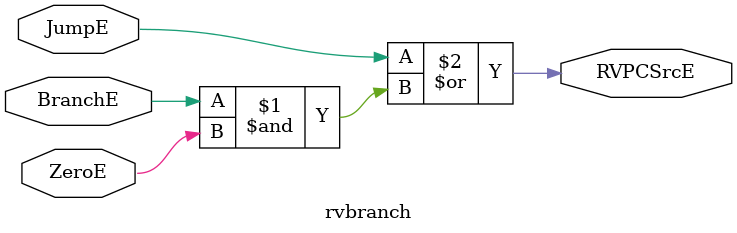
<source format=sv>
module rvbranch(input logic JumpE, ZeroE, BranchE,
                output logic RVPCSrcE);

assign RVPCSrcE = JumpE | (BranchE & ZeroE);

endmodule

</source>
